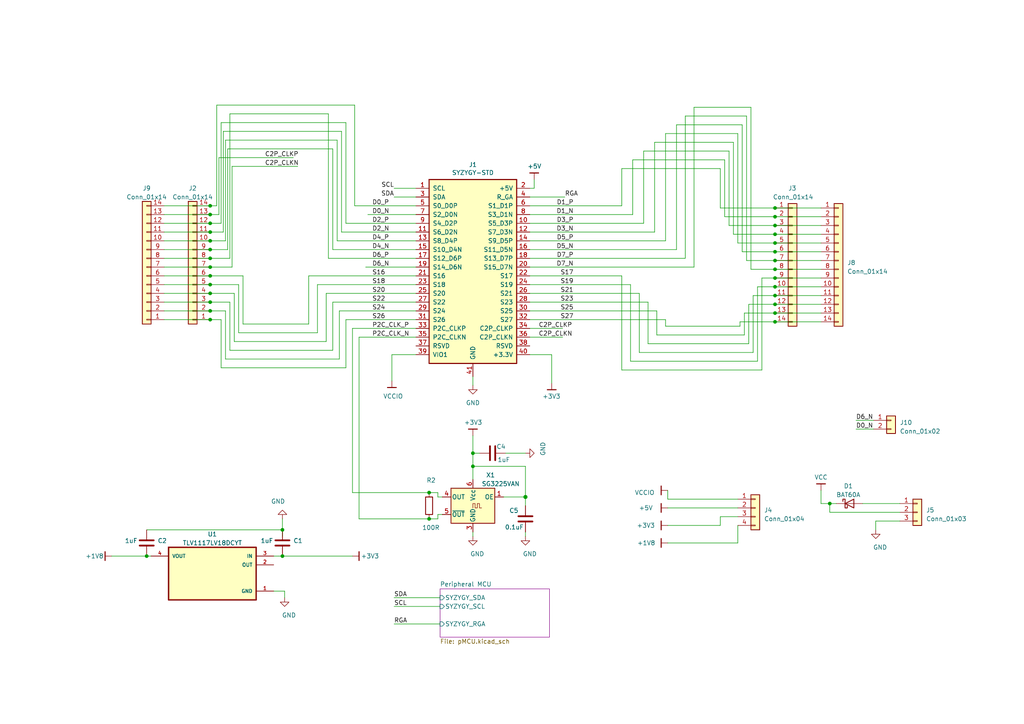
<source format=kicad_sch>
(kicad_sch (version 20230121) (generator eeschema)
  (paper "A4")
  (title_block (title "SYZYGY Breakout Flash") (date "2020-12-11") (rev "r1.0") (company "Adam Critchley") (comment 1 "SYZYGY Pod"))
  (lib_symbols
    (symbol "Connector_Generic:Conn_01x02" (pin_names (offset 1.016) hide)
      (property "Reference" "J" (at 0 2.54 0))
      (property "Value" "Conn_01x02" (at 0 -5.08 0))
      (symbol "Conn_01x02_1_1"
        (rectangle (start -1.27 -2.413) (end 0 -2.667) (stroke (width 0.1524)))
        (rectangle (start -1.27 0.127) (end 0 -0.127) (stroke (width 0.1524)))
        (rectangle (start -1.27 1.27) (end 1.27 -3.81) (stroke (width 0.254)) (fill (type background)))
        (pin passive line (at -5.08 0 0) (length 3.81) (name "Pin_1") (number "1"))
        (pin passive line (at -5.08 -2.54 0) (length 3.81) (name "Pin_2") (number "2"))
      )
    )
    (symbol "Connector_Generic:Conn_01x03" (pin_names (offset 1.016) hide)
      (property "Reference" "J" (at 0 5.08 0))
      (property "Value" "Conn_01x03" (at 0 -5.08 0))
      (symbol "Conn_01x03_1_1"
        (rectangle (start -1.27 -2.413) (end 0 -2.667) (stroke (width 0.1524)))
        (rectangle (start -1.27 0.127) (end 0 -0.127) (stroke (width 0.1524)))
        (rectangle (start -1.27 2.667) (end 0 2.413) (stroke (width 0.1524)))
        (rectangle (start -1.27 3.81) (end 1.27 -3.81) (stroke (width 0.254)) (fill (type background)))
        (pin passive line (at -5.08 2.54 0) (length 3.81) (name "Pin_1") (number "1"))
        (pin passive line (at -5.08 0 0) (length 3.81) (name "Pin_2") (number "2"))
        (pin passive line (at -5.08 -2.54 0) (length 3.81) (name "Pin_3") (number "3"))
      )
    )
    (symbol "Connector_Generic:Conn_01x04" (pin_names (offset 1.016) hide)
      (property "Reference" "J" (at 0 5.08 0))
      (property "Value" "Conn_01x04" (at 0 -7.62 0))
      (symbol "Conn_01x04_1_1"
        (rectangle (start -1.27 -4.953) (end 0 -5.207) (stroke (width 0.1524)))
        (rectangle (start -1.27 -2.413) (end 0 -2.667) (stroke (width 0.1524)))
        (rectangle (start -1.27 0.127) (end 0 -0.127) (stroke (width 0.1524)))
        (rectangle (start -1.27 2.667) (end 0 2.413) (stroke (width 0.1524)))
        (rectangle (start -1.27 3.81) (end 1.27 -6.35) (stroke (width 0.254)) (fill (type background)))
        (pin passive line (at -5.08 2.54 0) (length 3.81) (name "Pin_1") (number "1"))
        (pin passive line (at -5.08 0 0) (length 3.81) (name "Pin_2") (number "2"))
        (pin passive line (at -5.08 -2.54 0) (length 3.81) (name "Pin_3") (number "3"))
        (pin passive line (at -5.08 -5.08 0) (length 3.81) (name "Pin_4") (number "4"))
      )
    )
    (symbol "Connector_Generic:Conn_01x14" (pin_names (offset 1.016) hide)
      (property "Reference" "J" (at 0 17.78 0))
      (property "Value" "Conn_01x14" (at 0 -20.32 0))
      (symbol "Conn_01x14_1_1"
        (rectangle (start -1.27 -17.653) (end 0 -17.907) (stroke (width 0.1524)))
        (rectangle (start -1.27 -15.113) (end 0 -15.367) (stroke (width 0.1524)))
        (rectangle (start -1.27 -12.573) (end 0 -12.827) (stroke (width 0.1524)))
        (rectangle (start -1.27 -10.033) (end 0 -10.287) (stroke (width 0.1524)))
        (rectangle (start -1.27 -7.493) (end 0 -7.747) (stroke (width 0.1524)))
        (rectangle (start -1.27 -4.953) (end 0 -5.207) (stroke (width 0.1524)))
        (rectangle (start -1.27 -2.413) (end 0 -2.667) (stroke (width 0.1524)))
        (rectangle (start -1.27 0.127) (end 0 -0.127) (stroke (width 0.1524)))
        (rectangle (start -1.27 2.667) (end 0 2.413) (stroke (width 0.1524)))
        (rectangle (start -1.27 5.207) (end 0 4.953) (stroke (width 0.1524)))
        (rectangle (start -1.27 7.747) (end 0 7.493) (stroke (width 0.1524)))
        (rectangle (start -1.27 10.287) (end 0 10.033) (stroke (width 0.1524)))
        (rectangle (start -1.27 12.827) (end 0 12.573) (stroke (width 0.1524)))
        (rectangle (start -1.27 15.367) (end 0 15.113) (stroke (width 0.1524)))
        (rectangle (start -1.27 16.51) (end 1.27 -19.05) (stroke (width 0.254)) (fill (type background)))
        (pin passive line (at -5.08 15.24 0) (length 3.81) (name "Pin_1") (number "1"))
        (pin passive line (at -5.08 -7.62 0) (length 3.81) (name "Pin_10") (number "10"))
        (pin passive line (at -5.08 -10.16 0) (length 3.81) (name "Pin_11") (number "11"))
        (pin passive line (at -5.08 -12.7 0) (length 3.81) (name "Pin_12") (number "12"))
        (pin passive line (at -5.08 -15.24 0) (length 3.81) (name "Pin_13") (number "13"))
        (pin passive line (at -5.08 -17.78 0) (length 3.81) (name "Pin_14") (number "14"))
        (pin passive line (at -5.08 12.7 0) (length 3.81) (name "Pin_2") (number "2"))
        (pin passive line (at -5.08 10.16 0) (length 3.81) (name "Pin_3") (number "3"))
        (pin passive line (at -5.08 7.62 0) (length 3.81) (name "Pin_4") (number "4"))
        (pin passive line (at -5.08 5.08 0) (length 3.81) (name "Pin_5") (number "5"))
        (pin passive line (at -5.08 2.54 0) (length 3.81) (name "Pin_6") (number "6"))
        (pin passive line (at -5.08 0 0) (length 3.81) (name "Pin_7") (number "7"))
        (pin passive line (at -5.08 -2.54 0) (length 3.81) (name "Pin_8") (number "8"))
        (pin passive line (at -5.08 -5.08 0) (length 3.81) (name "Pin_9") (number "9"))
      )
    )
    (symbol "Device:C" (pin_numbers hide) (pin_names (offset 0.254))
      (property "Reference" "C" (at 0.635 2.54 0))
      (property "Value" "C" (at 0.635 -2.54 0))
      (symbol "C_0_1"
        (polyline (pts (xy -2.032 -0.762) (xy 2.032 -0.762)) (stroke (width 0.508)))
        (polyline (pts (xy -2.032 0.762) (xy 2.032 0.762)) (stroke (width 0.508)))
      )
      (symbol "C_1_1"
        (pin passive line (at 0 3.81 270) (length 2.794) (name "~") (number "1"))
        (pin passive line (at 0 -3.81 90) (length 2.794) (name "~") (number "2"))
      )
    )
    (symbol "Device:R_7" (pin_numbers hide) (pin_names (offset 0))
      (property "Reference" "R" (at 2.032 0 90))
      (property "Value" "R" (at 0 0 90))
      (symbol "R_7_0_1"
        (rectangle (start -1.016 -2.54) (end 1.016 2.54) (stroke (width 0.254)))
      )
      (symbol "R_7_1_1"
        (pin passive line (at 0 3.81 270) (length 1.27) (name "~") (number "1"))
        (pin passive line (at 0 -3.81 90) (length 1.27) (name "~") (number "2"))
      )
    )
    (symbol "Diode:BAT60A" (pin_numbers hide) (pin_names (offset 1.016) hide)
      (property "Reference" "D" (at 0 2.54 0))
      (property "Value" "BAT60A" (at 0 -2.54 0))
      (symbol "BAT60A_0_1"
        (polyline (pts (xy 1.27 0) (xy -1.27 0)))
        (polyline (pts (xy 1.27 1.27) (xy 1.27 -1.27) (xy -1.27 0) (xy 1.27 1.27)) (stroke (width 0.254)))
        (polyline (pts (xy -1.905 0.635) (xy -1.905 1.27) (xy -1.27 1.27) (xy -1.27 -1.27) (xy -0.635 -1.27) (xy -0.635 -0.635)) (stroke (width 0.254)))
      )
      (symbol "BAT60A_1_1"
        (pin passive line (at -3.81 0 0) (length 2.54) (name "K") (number "1"))
        (pin passive line (at 3.81 0 180) (length 2.54) (name "A") (number "2"))
      )
    )
    (symbol "TLV1117LV18DCYT:TLV1117LV18DCYT" (pin_names (offset 1.016))
      (property "Reference" "U" (at -12.7 8.62 0))
      (property "Value" "TLV1117LV18DCYT" (at -12.7 -11.62 0))
      (symbol "TLV1117LV18DCYT_0_0"
        (rectangle (start -12.7 -7.62) (end 12.7 7.62) (stroke (width 0.41)) (fill (type background)))
        (pin power_in line (at 17.78 -5.08 180) (length 5.08) (name "GND") (number "1"))
        (pin output line (at 17.78 2.54 180) (length 5.08) (name "OUT") (number "2"))
        (pin output line (at 17.78 5.08 180) (length 5.08) (name "IN") (number "3"))
        (pin input line (at -17.78 5.08 0) (length 5.08) (name "VOUT") (number "4"))
      )
    )
    (symbol "gkl_power:+1V8" (power) (pin_names (offset 0))
      (property "Value" "+1V8" (at 0 3.556 0))
      (symbol "+1V8_0_1"
        (polyline (pts (xy -1.27 1.905) (xy 1.27 1.905)) (stroke (width 0.3048)))
        (polyline (pts (xy 0 0) (xy 0 1.905)))
      )
      (symbol "+1V8_1_1"
        (pin power_in line (at 0 0 90) (length 0) hide (name "+1V8") (number "1"))
      )
    )
    (symbol "gkl_power:+3V3" (power) (pin_names (offset 0))
      (property "Value" "+3V3" (at 0 3.556 0))
      (symbol "+3V3_0_1"
        (polyline (pts (xy -1.27 1.905) (xy 1.27 1.905)) (stroke (width 0.3048)))
        (polyline (pts (xy 0 0) (xy 0 1.905)))
      )
      (symbol "+3V3_1_1"
        (pin power_in line (at 0 0 90) (length 0) hide (name "+3V3") (number "1"))
      )
    )
    (symbol "gkl_power:+5V" (power) (pin_names (offset 0))
      (property "Value" "+5V" (at 0 3.175 0))
      (symbol "+5V_0_1"
        (polyline (pts (xy -1.27 1.905) (xy 1.27 1.905)) (stroke (width 0.3048)))
        (polyline (pts (xy 0 0) (xy 0 1.905)))
      )
      (symbol "+5V_1_1"
        (pin power_in line (at 0 0 90) (length 0) hide (name "+5V") (number "1"))
      )
    )
    (symbol "gkl_power:VCC" (power) (pin_names (offset 0))
      (property "Value" "VCC" (at 0 3.556 0))
      (symbol "VCC_0_1"
        (polyline (pts (xy -1.27 1.905) (xy 1.27 1.905)) (stroke (width 0.3048)))
        (polyline (pts (xy 0 0) (xy 0 1.905)))
      )
      (symbol "VCC_1_1"
        (pin power_in line (at 0 0 90) (length 0) hide (name "VCC") (number "1"))
      )
    )
    (symbol "gkl_power:VCCIO" (power) (pin_names (offset 0))
      (property "Value" "VCCIO" (at 0 3.556 0))
      (symbol "VCCIO_0_1"
        (polyline (pts (xy -1.27 1.905) (xy 1.27 1.905)) (stroke (width 0.3048)))
        (polyline (pts (xy 0 0) (xy 0 1.905)))
      )
      (symbol "VCCIO_1_1"
        (pin power_in line (at 0 0 90) (length 0) hide (name "VCCIO") (number "1"))
      )
    )
    (symbol "gsd-kicad:SG3225VAN" (pin_names (offset 0.254))
      (property "Reference" "X" (at -5.08 6.35 0))
      (property "Value" "SG3225VAN" (at 1.27 -6.35 0))
      (symbol "SG3225VAN_0_1"
        (rectangle (start -6.35 5.08) (end 6.35 -5.08) (stroke (width 0.254)) (fill (type background)))
        (polyline (pts (xy -2.54 -0.635) (xy -1.905 -0.635) (xy -1.905 0.635) (xy -1.27 0.635) (xy -1.27 -0.635) (xy -0.635 -0.635) (xy -0.635 0.635) (xy 0 0.635) (xy 0 -0.635)))
      )
      (symbol "SG3225VAN_1_1"
        (pin input line (at -8.89 2.54 0) (length 2.54) (name "OE") (number "1"))
        (pin power_in line (at 0 -7.62 90) (length 2.54) (name "GND") (number "3"))
        (pin output line (at 8.89 2.54 180) (length 2.54) (name "OUT") (number "4"))
        (pin output line (at 8.89 -2.54 180) (length 2.54) (name "~{OUT}") (number "5"))
        (pin power_in line (at 0 7.62 270) (length 2.54) (name "Vcc") (number "6"))
      )
    )
    (symbol "gsd-kicad:SYZYGY-STD" (pin_names (offset 1.016))
      (property "Reference" "J" (at 0 27.94 0))
      (property "Value" "SYZYGY-STD" (at 0 25.4 0))
      (symbol "SYZYGY-STD_0_1"
        (rectangle (start -12.7 24.13) (end 12.7 -29.21) (stroke (width 0.3302)) (fill (type background)))
      )
      (symbol "SYZYGY-STD_1_1"
        (pin input line (at -16.51 21.59 0) (length 3.81) (name "SCL") (number "1"))
        (pin input line (at 16.51 11.43 180) (length 3.81) (name "S5_D3P") (number "10"))
        (pin input line (at -16.51 8.89 0) (length 3.81) (name "S6_D2N") (number "11"))
        (pin input line (at 16.51 8.89 180) (length 3.81) (name "S7_D3N") (number "12"))
        (pin input line (at -16.51 6.35 0) (length 3.81) (name "S8_D4P") (number "13"))
        (pin input line (at 16.51 6.35 180) (length 3.81) (name "S9_D5P") (number "14"))
        (pin input line (at -16.51 3.81 0) (length 3.81) (name "S10_D4N") (number "15"))
        (pin input line (at 16.51 3.81 180) (length 3.81) (name "S11_D5N") (number "16"))
        (pin input line (at -16.51 1.27 0) (length 3.81) (name "S12_D6P") (number "17"))
        (pin input line (at 16.51 1.27 180) (length 3.81) (name "S13_D7P") (number "18"))
        (pin input line (at -16.51 -1.27 0) (length 3.81) (name "S14_D6N") (number "19"))
        (pin input line (at 16.51 21.59 180) (length 3.81) (name "+5V") (number "2"))
        (pin input line (at 16.51 -1.27 180) (length 3.81) (name "S15_D7N") (number "20"))
        (pin input line (at -16.51 -3.81 0) (length 3.81) (name "S16") (number "21"))
        (pin input line (at 16.51 -3.81 180) (length 3.81) (name "S17") (number "22"))
        (pin input line (at -16.51 -6.35 0) (length 3.81) (name "S18") (number "23"))
        (pin input line (at 16.51 -6.35 180) (length 3.81) (name "S19") (number "24"))
        (pin input line (at -16.51 -8.89 0) (length 3.81) (name "S20") (number "25"))
        (pin input line (at 16.51 -8.89 180) (length 3.81) (name "S21") (number "26"))
        (pin input line (at -16.51 -11.43 0) (length 3.81) (name "S22") (number "27"))
        (pin input line (at 16.51 -11.43 180) (length 3.81) (name "S23") (number "28"))
        (pin input line (at -16.51 -13.97 0) (length 3.81) (name "S24") (number "29"))
        (pin input line (at -16.51 19.05 0) (length 3.81) (name "SDA") (number "3"))
        (pin input line (at 16.51 -13.97 180) (length 3.81) (name "S25") (number "30"))
        (pin input line (at -16.51 -16.51 0) (length 3.81) (name "S26") (number "31"))
        (pin input line (at 16.51 -16.51 180) (length 3.81) (name "S27") (number "32"))
        (pin input line (at -16.51 -19.05 0) (length 3.81) (name "P2C_CLKP") (number "33"))
        (pin input line (at 16.51 -19.05 180) (length 3.81) (name "C2P_CLKP") (number "34"))
        (pin input line (at -16.51 -21.59 0) (length 3.81) (name "P2C_CLKN") (number "35"))
        (pin input line (at 16.51 -21.59 180) (length 3.81) (name "C2P_CLKN") (number "36"))
        (pin input line (at -16.51 -24.13 0) (length 3.81) (name "RSVD") (number "37"))
        (pin input line (at 16.51 -24.13 180) (length 3.81) (name "RSVD") (number "38"))
        (pin input line (at -16.51 -26.67 0) (length 3.81) (name "VIO1") (number "39"))
        (pin input line (at 16.51 19.05 180) (length 3.81) (name "R_GA") (number "4"))
        (pin input line (at 16.51 -26.67 180) (length 3.81) (name "+3.3V") (number "40"))
        (pin input line (at 0 -33.02 90) (length 3.81) (name "GND") (number "41"))
        (pin input line (at -16.51 16.51 0) (length 3.81) (name "S0_D0P") (number "5"))
        (pin input line (at 16.51 16.51 180) (length 3.81) (name "S1_D1P") (number "6"))
        (pin input line (at -16.51 13.97 0) (length 3.81) (name "S2_D0N") (number "7"))
        (pin input line (at 16.51 13.97 180) (length 3.81) (name "S3_D1N") (number "8"))
        (pin input line (at -16.51 11.43 0) (length 3.81) (name "S4_D2P") (number "9"))
      )
    )
    (symbol "power:GND" (power) (pin_names (offset 0))
      (property "Value" "GND" (at 0 -3.81 0))
      (symbol "GND_0_1"
        (polyline (pts (xy 0 0) (xy 0 -1.27) (xy 1.27 -1.27) (xy 0 -2.54) (xy -1.27 -1.27) (xy 0 -1.27)))
      )
      (symbol "GND_1_1"
        (pin power_in line (at 0 0 270) (length 0) hide (name "GND") (number "1"))
      )
    )
  )
  (bus_alias "GPDI" (members "CK_N" "CK_P" "D0_N" "D0_P" "D1_N" "D1_P" "D2_N" "D2_P"))
  (junction (at 60.96 64.77))
  (junction (at 60.96 85.09))
  (junction (at 224.79 90.805))
  (junction (at 224.79 75.565))
  (junction (at 124.46 150.495))
  (junction (at 60.96 67.31))
  (junction (at 60.96 82.55))
  (junction (at 240.665 146.05))
  (junction (at 60.96 92.71))
  (junction (at 60.96 77.47))
  (junction (at 224.79 80.645))
  (junction (at 42.545 161.29))
  (junction (at 60.96 62.23))
  (junction (at 124.46 142.875))
  (junction (at 224.79 70.485))
  (junction (at 224.79 67.945))
  (junction (at 60.96 72.39))
  (junction (at 60.96 59.69))
  (junction (at 224.79 83.185))
  (junction (at 224.79 78.105))
  (junction (at 224.79 93.345))
  (junction (at 224.79 60.325))
  (junction (at 81.915 153.67))
  (junction (at 60.96 74.93))
  (junction (at 224.79 88.265))
  (junction (at 137.16 131.445))
  (junction (at 137.16 135.255))
  (junction (at 224.79 62.865))
  (junction (at 81.915 161.29))
  (junction (at 224.79 73.025))
  (junction (at 60.96 90.17))
  (junction (at 60.96 69.85))
  (junction (at 60.96 87.63))
  (junction (at 60.96 80.01))
  (junction (at 224.79 65.405))
  (junction (at 224.79 85.725))
  (junction (at 152.4 144.145) (diameter 1.016))
  (wire (pts (xy 240.665 148.59) (xy 240.665 146.05)))
  (wire (pts (xy 153.67 64.77) (xy 186.69 64.77)))
  (wire (pts (xy 106.045 77.47) (xy 120.65 77.47)))
  (wire (pts (xy 183.515 46.355) (xy 210.185 46.355)))
  (wire (pts (xy 208.915 152.4) (xy 208.915 149.86)))
  (wire (pts (xy 180.34 107.315) (xy 180.34 80.01)))
  (wire (pts (xy 213.995 70.485) (xy 224.79 70.485)))
  (wire (pts (xy 137.16 131.445) (xy 137.16 135.255)))
  (wire (pts (xy 102.87 30.48) (xy 102.87 59.69)))
  (wire (pts (xy 153.67 82.55) (xy 182.88 82.55)))
  (wire (pts (xy 66.04 72.39) (xy 60.96 72.39)))
  (wire (pts (xy 114.3 173.355) (xy 127.635 173.355)))
  (wire (pts (xy 47.625 92.71) (xy 60.96 92.71)))
  (wire (pts (xy 67.31 48.26) (xy 67.31 77.47)))
  (wire (pts (xy 193.04 38.735) (xy 213.995 38.735)))
  (wire (pts (xy 47.625 72.39) (xy 60.96 72.39)))
  (wire (pts (xy 47.625 80.01) (xy 60.96 80.01)))
  (wire (pts (xy 153.67 95.25) (xy 163.195 95.25)))
  (wire (pts (xy 60.96 82.55) (xy 69.215 82.55)))
  (wire (pts (xy 65.405 90.17) (xy 65.405 104.14)))
  (wire (pts (xy 224.79 60.325) (xy 238.125 60.325)))
  (wire (pts (xy 193.675 152.4) (xy 208.915 152.4)))
  (wire (pts (xy 198.755 33.655) (xy 216.535 33.655)))
  (wire (pts (xy 217.805 78.105) (xy 217.805 31.115)))
  (wire (pts (xy 96.52 72.39) (xy 120.65 72.39)))
  (wire (pts (xy 47.625 77.47) (xy 60.96 77.47)))
  (wire (pts (xy 224.79 80.645) (xy 238.125 80.645)))
  (wire (pts (xy 67.31 48.26) (xy 86.36 48.26)))
  (wire (pts (xy 146.05 144.145) (xy 152.4 144.145)))
  (wire (pts (xy 208.915 60.325) (xy 208.915 48.895)))
  (wire (pts (xy 64.77 38.1) (xy 99.06 38.1)))
  (wire (pts (xy 60.96 87.63) (xy 66.675 87.63)))
  (wire (pts (xy 153.67 77.47) (xy 201.295 77.47)))
  (wire (pts (xy 213.995 70.485) (xy 213.995 38.735)))
  (wire (pts (xy 190.5 97.155) (xy 215.9 97.155)))
  (wire (pts (xy 153.67 59.69) (xy 180.34 59.69)))
  (wire (pts (xy 160.02 111.125) (xy 160.02 102.87)))
  (wire (pts (xy 79.375 161.29) (xy 81.915 161.29)))
  (wire (pts (xy 224.79 78.105) (xy 238.125 78.105)))
  (wire (pts (xy 104.14 97.79) (xy 120.65 97.79)))
  (wire (pts (xy 100.33 92.71) (xy 120.65 92.71)))
  (wire (pts (xy 146.685 131.445) (xy 152.4 131.445)))
  (wire (pts (xy 213.995 144.78) (xy 193.675 144.78)))
  (wire (pts (xy 106.68 62.23) (xy 120.65 62.23)))
  (wire (pts (xy 114.3 180.975) (xy 127.635 180.975)))
  (wire (pts (xy 216.535 75.565) (xy 216.535 33.655)))
  (wire (pts (xy 64.135 92.71) (xy 64.135 106.68)))
  (wire (pts (xy 47.625 85.09) (xy 60.96 85.09)))
  (wire (pts (xy 196.215 36.195) (xy 215.265 36.195)))
  (wire (pts (xy 224.79 65.405) (xy 238.125 65.405)))
  (wire (pts (xy 66.04 43.18) (xy 96.52 43.18)))
  (wire (pts (xy 189.865 41.275) (xy 189.865 67.31)))
  (wire (pts (xy 224.79 85.725) (xy 238.125 85.725)))
  (wire (pts (xy 98.425 90.17) (xy 120.65 90.17)))
  (wire (pts (xy 128.27 149.225) (xy 127 149.225)))
  (wire (pts (xy 113.665 110.49) (xy 113.665 102.87)))
  (wire (pts (xy 224.79 70.485) (xy 238.125 70.485)))
  (wire (pts (xy 217.17 88.265) (xy 224.79 88.265)))
  (wire (pts (xy 137.16 126.365) (xy 137.16 131.445)))
  (wire (pts (xy 217.17 99.695) (xy 217.17 88.265)))
  (wire (pts (xy 100.33 92.71) (xy 100.33 106.68)))
  (wire (pts (xy 63.5 45.72) (xy 63.5 62.23)))
  (wire (pts (xy 64.135 35.56) (xy 100.33 35.56)))
  (wire (pts (xy 137.16 135.255) (xy 137.16 139.065)))
  (wire (pts (xy 193.04 92.71) (xy 193.04 94.615)))
  (wire (pts (xy 218.44 85.725) (xy 224.79 85.725)))
  (wire (pts (xy 127 144.145) (xy 127 142.875)))
  (wire (pts (xy 42.545 161.29) (xy 43.815 161.29)))
  (wire (pts (xy 240.665 148.59) (xy 260.985 148.59)))
  (wire (pts (xy 47.625 90.17) (xy 60.96 90.17)))
  (wire (pts (xy 152.4 144.145) (xy 152.4 135.255)))
  (wire (pts (xy 187.96 99.695) (xy 217.17 99.695)))
  (wire (pts (xy 212.725 67.945) (xy 224.79 67.945)))
  (wire (pts (xy 153.67 69.85) (xy 193.04 69.85)))
  (wire (pts (xy 193.675 144.78) (xy 193.675 142.24)))
  (wire (pts (xy 153.67 87.63) (xy 187.96 87.63)))
  (wire (pts (xy 69.215 96.52) (xy 92.075 96.52)))
  (wire (pts (xy 153.67 97.79) (xy 163.195 97.79)))
  (wire (pts (xy 224.79 73.025) (xy 238.125 73.025)))
  (wire (pts (xy 128.27 144.145) (xy 127 144.145)))
  (wire (pts (xy 89.535 80.01) (xy 89.535 93.98)))
  (wire (pts (xy 100.33 64.77) (xy 120.65 64.77)))
  (wire (pts (xy 220.98 80.645) (xy 224.79 80.645)))
  (wire (pts (xy 92.075 82.55) (xy 120.65 82.55)))
  (wire (pts (xy 67.945 85.09) (xy 67.945 99.06)))
  (wire (pts (xy 64.77 38.1) (xy 64.77 67.31)))
  (wire (pts (xy 81.915 155.575) (xy 81.915 153.67)))
  (wire (pts (xy 60.96 59.69) (xy 62.865 59.69)))
  (wire (pts (xy 186.69 43.815) (xy 211.455 43.815)))
  (wire (pts (xy 224.79 67.945) (xy 238.125 67.945)))
  (wire (pts (xy 160.02 102.87) (xy 153.67 102.87)))
  (wire (pts (xy 193.675 157.48) (xy 213.995 157.48)))
  (wire (pts (xy 182.88 104.775) (xy 182.88 82.55)))
  (wire (pts (xy 210.185 62.865) (xy 224.79 62.865)))
  (wire (pts (xy 66.04 43.18) (xy 66.04 72.39)))
  (wire (pts (xy 215.9 97.155) (xy 215.9 90.805)))
  (wire (pts (xy 248.285 121.92) (xy 253.365 121.92)))
  (wire (pts (xy 190.5 97.155) (xy 190.5 90.17)))
  (wire (pts (xy 154.94 54.61) (xy 154.94 52.07)))
  (wire (pts (xy 120.65 54.61) (xy 114.3 54.61)))
  (wire (pts (xy 64.135 106.68) (xy 100.33 106.68)))
  (wire (pts (xy 224.79 83.185) (xy 238.125 83.185)))
  (wire (pts (xy 201.295 31.115) (xy 201.295 77.47)))
  (wire (pts (xy 47.625 64.77) (xy 60.96 64.77)))
  (wire (pts (xy 102.235 95.25) (xy 120.65 95.25)))
  (wire (pts (xy 60.96 92.71) (xy 64.135 92.71)))
  (wire (pts (xy 97.79 69.85) (xy 97.79 40.64)))
  (wire (pts (xy 32.385 161.29) (xy 42.545 161.29)))
  (wire (pts (xy 95.25 33.02) (xy 95.25 74.93)))
  (wire (pts (xy 193.04 94.615) (xy 214.63 94.615)))
  (wire (pts (xy 66.675 33.02) (xy 66.675 74.93)))
  (wire (pts (xy 248.285 124.46) (xy 253.365 124.46)))
  (wire (pts (xy 153.67 67.31) (xy 189.865 67.31)))
  (wire (pts (xy 60.96 64.77) (xy 64.135 64.77)))
  (wire (pts (xy 63.5 45.72) (xy 85.09 45.72)))
  (wire (pts (xy 97.79 69.85) (xy 120.65 69.85)))
  (wire (pts (xy 69.215 82.55) (xy 69.215 96.52)))
  (wire (pts (xy 66.675 33.02) (xy 95.25 33.02)))
  (wire (pts (xy 47.625 82.55) (xy 60.96 82.55)))
  (wire (pts (xy 153.67 92.71) (xy 193.04 92.71)))
  (wire (pts (xy 67.31 77.47) (xy 60.96 77.47)))
  (wire (pts (xy 216.535 75.565) (xy 224.79 75.565)))
  (wire (pts (xy 47.625 87.63) (xy 60.96 87.63)))
  (wire (pts (xy 180.34 48.895) (xy 180.34 59.69)))
  (wire (pts (xy 95.25 74.93) (xy 120.65 74.93)))
  (wire (pts (xy 211.455 65.405) (xy 224.79 65.405)))
  (wire (pts (xy 185.42 102.235) (xy 185.42 85.09)))
  (wire (pts (xy 215.265 73.025) (xy 224.79 73.025)))
  (wire (pts (xy 81.915 150.495) (xy 81.915 153.67)))
  (wire (pts (xy 96.52 72.39) (xy 96.52 43.18)))
  (wire (pts (xy 224.79 75.565) (xy 238.125 75.565)))
  (wire (pts (xy 153.67 90.17) (xy 190.5 90.17)))
  (wire (pts (xy 47.625 59.69) (xy 60.96 59.69)))
  (wire (pts (xy 65.405 40.64) (xy 97.79 40.64)))
  (wire (pts (xy 211.455 43.815) (xy 211.455 65.405)))
  (wire (pts (xy 186.69 43.815) (xy 186.69 64.77)))
  (wire (pts (xy 183.515 46.355) (xy 183.515 62.23)))
  (wire (pts (xy 60.96 90.17) (xy 65.405 90.17)))
  (wire (pts (xy 104.14 97.79) (xy 104.14 150.495)))
  (wire (pts (xy 219.71 83.185) (xy 224.79 83.185)))
  (wire (pts (xy 153.67 54.61) (xy 154.94 54.61)))
  (wire (pts (xy 60.96 85.09) (xy 67.945 85.09)))
  (wire (pts (xy 102.235 95.25) (xy 102.235 142.875)))
  (wire (pts (xy 153.67 80.01) (xy 180.34 80.01)))
  (wire (pts (xy 240.665 146.05) (xy 242.57 146.05)))
  (wire (pts (xy 250.19 146.05) (xy 260.985 146.05)))
  (wire (pts (xy 153.67 85.09) (xy 185.42 85.09)))
  (wire (pts (xy 254 151.13) (xy 254 153.67)))
  (wire (pts (xy 60.96 67.31) (xy 64.77 67.31)))
  (wire (pts (xy 102.235 142.875) (xy 124.46 142.875)))
  (wire (pts (xy 94.615 85.09) (xy 94.615 99.06)))
  (wire (pts (xy 208.915 60.325) (xy 224.79 60.325)))
  (wire (pts (xy 208.915 149.86) (xy 213.995 149.86)))
  (wire (pts (xy 60.96 74.93) (xy 66.675 74.93)))
  (wire (pts (xy 220.98 80.645) (xy 220.98 107.315)))
  (wire (pts (xy 47.625 69.85) (xy 60.96 69.85)))
  (wire (pts (xy 66.675 87.63) (xy 66.675 101.6)))
  (wire (pts (xy 98.425 90.17) (xy 98.425 104.14)))
  (wire (pts (xy 214.63 93.345) (xy 224.79 93.345)))
  (wire (pts (xy 42.545 153.67) (xy 81.915 153.67)))
  (wire (pts (xy 70.485 93.98) (xy 89.535 93.98)))
  (wire (pts (xy 180.34 107.315) (xy 220.98 107.315)))
  (wire (pts (xy 65.405 69.85) (xy 65.405 40.64)))
  (wire (pts (xy 201.295 31.115) (xy 217.805 31.115)))
  (wire (pts (xy 137.16 154.305) (xy 137.16 155.575)))
  (wire (pts (xy 224.79 90.805) (xy 238.125 90.805)))
  (wire (pts (xy 212.725 67.945) (xy 212.725 41.275)))
  (wire (pts (xy 102.87 59.69) (xy 120.65 59.69)))
  (wire (pts (xy 47.625 74.93) (xy 60.96 74.93)))
  (wire (pts (xy 66.675 101.6) (xy 96.52 101.6)))
  (wire (pts (xy 89.535 80.01) (xy 120.65 80.01)))
  (wire (pts (xy 81.915 161.29) (xy 102.235 161.29)))
  (wire (pts (xy 67.945 99.06) (xy 94.615 99.06)))
  (wire (pts (xy 153.67 57.15) (xy 163.83 57.15)))
  (wire (pts (xy 180.34 48.895) (xy 208.915 48.895)))
  (wire (pts (xy 224.79 62.865) (xy 238.125 62.865)))
  (wire (pts (xy 152.4 144.145) (xy 152.4 146.685)))
  (wire (pts (xy 64.135 35.56) (xy 64.135 64.77)))
  (wire (pts (xy 215.9 90.805) (xy 224.79 90.805)))
  (wire (pts (xy 114.3 175.895) (xy 127.635 175.895)))
  (wire (pts (xy 238.125 146.05) (xy 238.125 142.24)))
  (wire (pts (xy 153.67 62.23) (xy 183.515 62.23)))
  (wire (pts (xy 187.96 99.695) (xy 187.96 87.63)))
  (wire (pts (xy 213.995 152.4) (xy 213.995 157.48)))
  (wire (pts (xy 189.865 41.275) (xy 212.725 41.275)))
  (wire (pts (xy 99.06 67.31) (xy 99.06 38.1)))
  (wire (pts (xy 82.55 173.355) (xy 82.55 171.45)))
  (wire (pts (xy 210.185 62.865) (xy 210.185 46.355)))
  (wire (pts (xy 94.615 85.09) (xy 120.65 85.09)))
  (wire (pts (xy 137.16 131.445) (xy 139.065 131.445)))
  (wire (pts (xy 96.52 87.63) (xy 120.65 87.63)))
  (wire (pts (xy 65.405 104.14) (xy 98.425 104.14)))
  (wire (pts (xy 224.79 93.345) (xy 238.125 93.345)))
  (wire (pts (xy 214.63 94.615) (xy 214.63 93.345)))
  (wire (pts (xy 198.755 33.655) (xy 198.755 74.93)))
  (wire (pts (xy 217.805 78.105) (xy 224.79 78.105)))
  (wire (pts (xy 62.865 30.48) (xy 62.865 59.69)))
  (wire (pts (xy 153.67 72.39) (xy 196.215 72.39)))
  (wire (pts (xy 70.485 80.01) (xy 70.485 93.98)))
  (wire (pts (xy 60.96 69.85) (xy 65.405 69.85)))
  (wire (pts (xy 185.42 102.235) (xy 218.44 102.235)))
  (wire (pts (xy 219.71 83.185) (xy 219.71 104.775)))
  (wire (pts (xy 104.14 150.495) (xy 124.46 150.495)))
  (wire (pts (xy 127 149.225) (xy 127 150.495)))
  (wire (pts (xy 127 150.495) (xy 124.46 150.495)))
  (wire (pts (xy 96.52 87.63) (xy 96.52 101.6)))
  (wire (pts (xy 182.88 104.775) (xy 219.71 104.775)))
  (wire (pts (xy 63.5 62.23) (xy 60.96 62.23)))
  (wire (pts (xy 82.55 171.45) (xy 79.375 171.45)))
  (wire (pts (xy 47.625 62.23) (xy 60.96 62.23)))
  (wire (pts (xy 152.4 135.255) (xy 137.16 135.255)))
  (wire (pts (xy 92.075 82.55) (xy 92.075 96.52)))
  (wire (pts (xy 196.215 36.195) (xy 196.215 72.39)))
  (wire (pts (xy 99.06 67.31) (xy 120.65 67.31)))
  (wire (pts (xy 152.4 154.305) (xy 152.4 155.575)))
  (wire (pts (xy 224.79 88.265) (xy 238.125 88.265)))
  (wire (pts (xy 127 142.875) (xy 124.46 142.875)))
  (wire (pts (xy 60.96 80.01) (xy 70.485 80.01)))
  (wire (pts (xy 100.33 64.77) (xy 100.33 35.56)))
  (wire (pts (xy 62.865 30.48) (xy 102.87 30.48)))
  (wire (pts (xy 218.44 102.235) (xy 218.44 85.725)))
  (wire (pts (xy 120.65 57.15) (xy 114.3 57.15)))
  (wire (pts (xy 193.675 147.32) (xy 213.995 147.32)))
  (wire (pts (xy 47.625 67.31) (xy 60.96 67.31)))
  (wire (pts (xy 260.985 151.13) (xy 254 151.13)))
  (wire (pts (xy 215.265 73.025) (xy 215.265 36.195)))
  (wire (pts (xy 153.67 74.93) (xy 198.755 74.93)))
  (wire (pts (xy 193.04 38.735) (xy 193.04 69.85)))
  (wire (pts (xy 238.125 146.05) (xy 240.665 146.05)))
  (wire (pts (xy 137.16 111.76) (xy 137.16 109.22)))
  (wire (pts (xy 113.665 102.87) (xy 120.65 102.87)))
  (label "C2P_CLKN" (at 76.835 48.26 0))
  (label "C2P_CLKP" (at 156.21 95.25 0))
  (label "SCL" (at 114.3 175.895 0))
  (label "S22" (at 107.95 87.63 0))
  (label "C2P_CLKN" (at 156.21 97.79 0))
  (label "S23" (at 166.37 87.63 180))
  (label "P2C_CLK_P" (at 107.95 95.25 0))
  (label "S19" (at 166.37 82.55 180))
  (label "RGA" (at 163.83 57.15 0))
  (label "D3_N" (at 166.37 67.31 180))
  (label "D7_N" (at 166.37 77.47 180))
  (label "D4_P" (at 107.95 69.85 0))
  (label "S27" (at 166.37 92.71 180))
  (label "D0_P" (at 107.95 59.69 0))
  (label "RGA" (at 114.3 180.975 0))
  (label "S20" (at 107.95 85.09 0))
  (label "D6_P" (at 107.95 74.93 0))
  (label "S21" (at 166.37 85.09 180))
  (label "SCL" (at 114.3 54.61 180))
  (label "D0_N" (at 107.95 62.23 0))
  (label "D1_N" (at 166.37 62.23 180))
  (label "D0_N" (at 248.285 124.46 0))
  (label "P2C_CLK_N" (at 107.95 97.79 0))
  (label "D7_P" (at 166.37 74.93 180))
  (label "D3_P" (at 166.37 64.77 180))
  (label "S26" (at 107.95 92.71 0))
  (label "C2P_CLKP" (at 76.835 45.72 0))
  (label "S17" (at 166.37 80.01 180))
  (label "S18" (at 107.95 82.55 0))
  (label "D5_N" (at 166.37 72.39 180))
  (label "D1_P" (at 166.37 59.69 180))
  (label "D4_N" (at 107.95 72.39 0))
  (label "SDA" (at 114.3 173.355 0))
  (label "D6_N" (at 107.95 77.47 0))
  (label "S24" (at 107.95 90.17 0))
  (label "D6_N" (at 248.285 121.92 0))
  (label "S16" (at 107.95 80.01 0))
  (label "D2_N" (at 107.95 67.31 0))
  (label "S25" (at 166.37 90.17 180))
  (label "D2_P" (at 107.95 64.77 0))
  (label "SDA" (at 114.3 57.15 180))
  (label "D5_P" (at 166.37 69.85 180))
  (symbol (lib_id "power:GND") (at 137.16 111.76 0) (unit 1)
    (property "Reference" "#PWR03" (effects hide))
    (property "Value" "GND" (at 137.16 116.84 0))
  )
  (symbol (lib_id "gkl_power:+3V3") (at 193.675 152.4 90) (unit 1)
    (property "Reference" "#PWR0105" (effects hide))
    (property "Value" "+3V3" (at 187.325 152.4 90))
  )
  (symbol (lib_id "Connector_Generic:Conn_01x14") (at 229.87 75.565 0) (unit 1)
    (property "Reference" "J3" (at 228.6 54.61 0) (effects (justify left)))
    (property "Value" "Conn_01x14" (at 224.155 57.15 0) (effects (justify left)))
    (property "Footprint" "Connector_PinHeader_2.54mm:PinHeader_1x14_P2.54mm_Vertical" (effects hide))
  )
  (symbol (lib_id "power:GND") (at 152.4 131.445 90) (unit 1)
    (property "Reference" "#PWR016" (effects hide))
    (property "Value" "GND" (at 157.48 130.175 0))
  )
  (symbol (lib_id "Connector_Generic:Conn_01x03") (at 266.065 148.59 0) (unit 1)
    (property "Reference" "J5" (at 268.605 147.955 0) (effects (justify left)))
    (property "Value" "Conn_01x03" (at 268.605 150.495 0) (effects (justify left)))
    (property "Footprint" "Connector_PinHeader_2.54mm:PinHeader_1x03_P2.54mm_Vertical" (effects hide))
  )
  (symbol (lib_id "gkl_power:+3V3") (at 102.235 161.29 270) (unit 1)
    (property "Reference" "#PWR014" (effects hide))
    (property "Value" "+3V3" (at 107.315 161.29 90))
  )
  (symbol (lib_id "power:GND") (at 82.55 173.355 0) (unit 1)
    (property "Reference" "#PWR017" (effects hide))
    (property "Value" "GND" (at 83.82 178.435 0))
  )
  (symbol (lib_id "TLV1117LV18DCYT:TLV1117LV18DCYT") (at 61.595 166.37 0) (unit 1)
    (property "Reference" "U1" (at 61.595 154.94 0))
    (property "Value" "TLV1117LV18DCYT" (at 61.595 157.48 0))
    (property "Footprint" "SOT230P700X180-4N" (effects hide))
    (property "Manufacturer" "Texas Instruments" (effects hide))
    (property "Package" "SOT230P700X180-4N" (effects hide))
  )
  (symbol (lib_id "Connector_Generic:Conn_01x14") (at 42.545 77.47 180) (unit 1)
    (property "Reference" "J9" (at 42.545 54.61 0))
    (property "Value" "Conn_01x14" (at 42.545 57.15 0))
    (property "Footprint" "Connector_PinHeader_2.54mm:PinHeader_1x14_P2.54mm_Vertical" (effects hide))
  )
  (symbol (lib_id "Diode:BAT60A") (at 246.38 146.05 0) (unit 1)
    (property "Reference" "D1" (at 246.0625 140.97 0))
    (property "Value" "BAT60A" (at 246.0625 143.51 0))
    (property "Footprint" "Diode_SMD:D_SOD-323" (effects hide))
    (property "Datasheet" "https://www.infineon.com/dgdl/Infineon-BAT60ASERIES-DS-v01_01-en.pdf?fileId=db3a304313d846880113def70c9304a9" (effects hide))
  )
  (symbol (lib_id "gkl_power:VCC") (at 238.125 142.24 0) (unit 1)
    (property "Reference" "#PWR028" (effects hide))
    (property "Value" "VCC" (at 238.125 138.43 0))
  )
  (symbol (lib_id "gkl_power:+5V") (at 154.94 52.07 0) (unit 1)
    (property "Reference" "#PWR0102" (effects hide))
    (property "Value" "+5V" (at 155.0162 48.2346 0))
  )
  (symbol (lib_id "power:GND") (at 81.915 150.495 180) (unit 1)
    (property "Reference" "#PWR04" (effects hide))
    (property "Value" "GND" (at 80.645 145.415 0))
  )
  (symbol (lib_id "Connector_Generic:Conn_01x14") (at 243.205 75.565 0) (unit 1)
    (property "Reference" "J8" (at 245.745 76.2 0) (effects (justify left)))
    (property "Value" "Conn_01x14" (at 245.745 78.74 0) (effects (justify left)))
    (property "Footprint" "Connector_PinHeader_2.54mm:PinHeader_1x14_P2.54mm_Vertical" (effects hide))
  )
  (symbol (lib_id "gkl_power:+1V8") (at 193.675 157.48 90) (unit 1)
    (property "Reference" "#PWR06" (effects hide))
    (property "Value" "+1V8" (at 184.785 157.48 90) (effects (justify right)))
  )
  (symbol (lib_id "Device:C") (at 81.915 157.48 0) (unit 1)
    (property "Reference" "C1" (at 85.09 156.845 0) (effects (justify left)))
    (property "Value" "1uF" (at 75.565 156.845 0) (effects (justify left)))
    (property "Footprint" "Capacitor_SMD:C_0603_1608Metric_Pad1.08x0.95mm_HandSolder" (effects hide))
  )
  (symbol (lib_id "gkl_power:+3V3") (at 137.16 126.365 0) (unit 1)
    (property "Reference" "#PWR020" (effects hide))
    (property "Value" "+3V3" (at 137.2362 122.5296 0))
  )
  (symbol (lib_id "power:GND") (at 254 153.67 0) (unit 1)
    (property "Reference" "#PWR023" (effects hide))
    (property "Value" "GND" (at 255.27 158.75 0))
  )
  (symbol (lib_id "gkl_power:+3V3") (at 160.02 111.125 180) (unit 1)
    (property "Reference" "#PWR0103" (effects hide))
    (property "Value" "+3V3" (at 159.9438 114.9604 0))
  )
  (symbol (lib_id "Device:C") (at 152.4 150.495 0) (mirror y) (unit 1)
    (property "Reference" "C5" (at 147.701 148.082 0) (effects (justify right)))
    (property "Value" "0.1uF" (at 146.431 152.908 0) (effects (justify right)))
    (property "Footprint" "Capacitor_SMD:C_0603_1608Metric_Pad1.08x0.95mm_HandSolder" (effects hide))
    (property "Mfg" "Yageo" (effects hide))
    (property "PN" "CC0402KRX5R6BB105" (effects hide))
  )
  (symbol (lib_id "power:GND") (at 152.4 155.575 0) (unit 1)
    (property "Reference" "#PWR022" (effects hide))
    (property "Value" "GND" (at 153.67 160.655 0))
  )
  (symbol (lib_id "Connector_Generic:Conn_01x04") (at 219.075 147.32 0) (unit 1)
    (property "Reference" "J4" (at 221.615 147.955 0) (effects (justify left)))
    (property "Value" "Conn_01x04" (at 221.615 150.495 0) (effects (justify left)))
    (property "Footprint" "Connector_PinHeader_2.54mm:PinHeader_1x04_P2.54mm_Vertical" (effects hide))
  )
  (symbol (lib_id "power:GND") (at 137.16 155.575 0) (unit 1)
    (property "Reference" "#PWR021" (effects hide))
    (property "Value" "GND" (at 138.43 160.655 0))
  )
  (symbol (lib_id "gsd-kicad:SYZYGY-STD") (at 137.16 76.2 0) (unit 1)
    (property "Reference" "J1" (at 137.16 47.7774 0))
    (property "Value" "SYZYGY-STD" (at 137.16 50.0888 0))
    (property "Footprint" "gsd-footprints:SYZYGY-STD-POD" (effects hide))
    (property "Mfg" "Samtec Inc." (effects hide))
    (property "PN" "QTE-020-01-F-D-A" (effects hide))
  )
  (symbol (lib_id "gkl_power:VCCIO") (at 193.675 142.24 90) (unit 1)
    (property "Reference" "#PWR07" (effects hide))
    (property "Value" "VCCIO" (at 189.865 142.875 90) (effects (justify left)))
  )
  (symbol (lib_id "gkl_power:+5V") (at 193.675 147.32 90) (unit 1)
    (property "Reference" "#PWR0101" (effects hide))
    (property "Value" "+5V" (at 187.325 147.32 90))
  )
  (symbol (lib_id "Connector_Generic:Conn_01x02") (at 258.445 121.92 0) (unit 1)
    (property "Reference" "J10" (at 260.985 122.555 0) (effects (justify left)))
    (property "Value" "Conn_01x02" (at 260.985 125.095 0) (effects (justify left)))
    (property "Footprint" "Connector_PinHeader_2.54mm:PinHeader_1x02_P2.54mm_Vertical" (effects hide))
  )
  (symbol (lib_id "Device:C") (at 142.875 131.445 90) (unit 1)
    (property "Reference" "C4" (at 146.685 129.54 90) (effects (justify left)))
    (property "Value" "1uF" (at 147.955 133.35 90) (effects (justify left)))
    (property "Footprint" "Capacitor_SMD:C_0603_1608Metric_Pad1.08x0.95mm_HandSolder" (effects hide))
    (property "PN" "CL05A105KP5NNNC" (effects hide))
    (property "Mfg" "Samsung Electro-Mechanics" (effects hide))
  )
  (symbol (lib_id "Connector_Generic:Conn_01x14") (at 55.88 77.47 180) (unit 1)
    (property "Reference" "J2" (at 55.88 54.61 0))
    (property "Value" "Conn_01x14" (at 55.88 57.15 0))
    (property "Footprint" "Connector_PinHeader_2.54mm:PinHeader_1x14_P2.54mm_Vertical" (effects hide))
  )
  (symbol (lib_name "Device:R_7") (lib_id "Device:R") (at 124.46 146.685 180) (unit 1)
    (property "Reference" "R2" (at 123.6981 139.3063 0) (effects (justify right)))
    (property "Value" "100R" (at 122.428 153.035 0) (effects (justify right)))
    (property "Footprint" "Resistor_SMD:R_0603_1608Metric_Pad0.98x0.95mm_HandSolder" (effects hide))
    (property "PN" "RC0402FR-07100KL" (effects hide))
    (property "Mfg" "Yageo" (effects hide))
  )
  (symbol (lib_id "gsd-kicad:SG3225VAN") (at 137.16 146.685 0) (mirror y) (unit 1)
    (property "Reference" "X1" (at 140.97 137.795 0) (effects (justify right)))
    (property "Value" "SG3225VAN" (at 139.7 140.335 0) (effects (justify right)))
    (property "Footprint" "Oscillator:Oscillator_SMD_Silicon_Labs_LGA-6_2.5x3.2mm_P1.25mm" (effects hide))
    (property "Datasheet" "https://support.epson.biz/td/api/doc_check.php?dl=brief_SG5032VAN" (effects hide))
  )
  (symbol (lib_id "gkl_power:VCCIO") (at 113.665 110.49 180) (unit 1)
    (property "Reference" "#PWR08" (effects hide))
    (property "Value" "VCCIO" (at 111.125 114.935 0) (effects (justify right)))
  )
  (symbol (lib_id "gkl_power:+1V8") (at 32.385 161.29 90) (unit 1)
    (property "Reference" "#PWR01" (effects hide))
    (property "Value" "+1V8" (at 24.765 161.29 90) (effects (justify right)))
  )
  (symbol (lib_id "Device:C") (at 42.545 157.48 180) (unit 1)
    (property "Reference" "C2" (at 45.72 156.845 0) (effects (justify right)))
    (property "Value" "1uF" (at 36.195 156.845 0) (effects (justify right)))
    (property "Footprint" "Capacitor_SMD:C_0603_1608Metric_Pad1.08x0.95mm_HandSolder" (effects hide))
  )
  (sheet (at 127.635 170.815) (size 31.75 13.97) (stroke (width 0.1524) (color 132 0 132 1)) (fill (color 255 255 255 1.0000))
    (property "Sheetname" "Peripheral MCU" (at 127.635 170.1795 0) (effects (justify left bottom)))
    (property "Sheetfile" "pMCU.kicad_sch" (at 127.635 185.2935 0) (effects (justify left top)))
    (pin "SYZYGY_SCL" input (at 127.635 175.895 180))
    (pin "SYZYGY_SDA" input (at 127.635 173.355 180))
    (pin "SYZYGY_RGA" input (at 127.635 180.975 180))
  )
)
</source>
